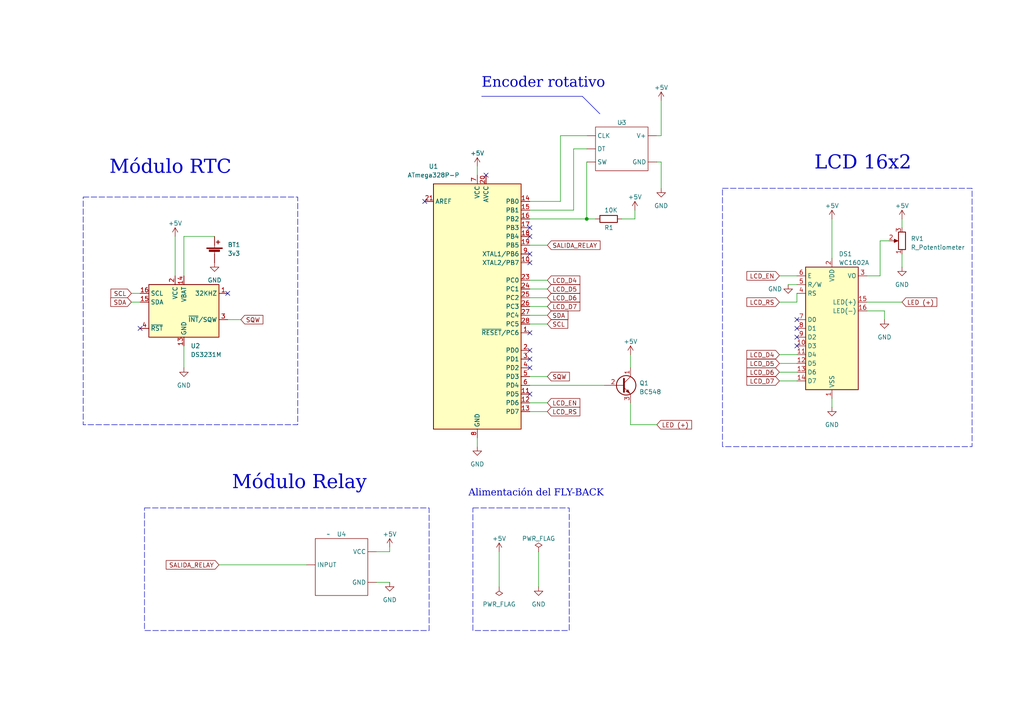
<source format=kicad_sch>
(kicad_sch (version 20230121) (generator eeschema)

  (uuid 29f28840-be5d-439f-bf59-d6cd8302648e)

  (paper "A4")

  (title_block
    (title "Control de Energía por Tiempos de Operación")
    (date "2023-05-28")
    (company "Electrónica de Potencia - DIIT UNLAM")
    (comment 1 "Ing. Guillermo Luis Miquel - Ing. Oscar Pugliese")
    (comment 2 "AGOSTINO - MEHLE - RUIZ - SOKOLIC - YUJRA")
  )

  (lib_symbols
    (symbol "Device:Battery_Cell" (pin_numbers hide) (pin_names (offset 0) hide) (in_bom yes) (on_board yes)
      (property "Reference" "BT" (at 2.54 2.54 0)
        (effects (font (size 1.27 1.27)) (justify left))
      )
      (property "Value" "Battery_Cell" (at 2.54 0 0)
        (effects (font (size 1.27 1.27)) (justify left))
      )
      (property "Footprint" "" (at 0 1.524 90)
        (effects (font (size 1.27 1.27)) hide)
      )
      (property "Datasheet" "~" (at 0 1.524 90)
        (effects (font (size 1.27 1.27)) hide)
      )
      (property "ki_keywords" "battery cell" (at 0 0 0)
        (effects (font (size 1.27 1.27)) hide)
      )
      (property "ki_description" "Single-cell battery" (at 0 0 0)
        (effects (font (size 1.27 1.27)) hide)
      )
      (symbol "Battery_Cell_0_1"
        (rectangle (start -2.286 1.778) (end 2.286 1.524)
          (stroke (width 0) (type default))
          (fill (type outline))
        )
        (rectangle (start -1.5748 1.1938) (end 1.4732 0.6858)
          (stroke (width 0) (type default))
          (fill (type outline))
        )
        (polyline
          (pts
            (xy 0 0.762)
            (xy 0 0)
          )
          (stroke (width 0) (type default))
          (fill (type none))
        )
        (polyline
          (pts
            (xy 0 1.778)
            (xy 0 2.54)
          )
          (stroke (width 0) (type default))
          (fill (type none))
        )
        (polyline
          (pts
            (xy 0.508 3.429)
            (xy 1.524 3.429)
          )
          (stroke (width 0.254) (type default))
          (fill (type none))
        )
        (polyline
          (pts
            (xy 1.016 3.937)
            (xy 1.016 2.921)
          )
          (stroke (width 0.254) (type default))
          (fill (type none))
        )
      )
      (symbol "Battery_Cell_1_1"
        (pin passive line (at 0 5.08 270) (length 2.54)
          (name "+" (effects (font (size 1.27 1.27))))
          (number "1" (effects (font (size 1.27 1.27))))
        )
        (pin passive line (at 0 -2.54 90) (length 2.54)
          (name "-" (effects (font (size 1.27 1.27))))
          (number "2" (effects (font (size 1.27 1.27))))
        )
      )
    )
    (symbol "Device:R" (pin_numbers hide) (pin_names (offset 0)) (in_bom yes) (on_board yes)
      (property "Reference" "R" (at 2.032 0 90)
        (effects (font (size 1.27 1.27)))
      )
      (property "Value" "R" (at 0 0 90)
        (effects (font (size 1.27 1.27)))
      )
      (property "Footprint" "" (at -1.778 0 90)
        (effects (font (size 1.27 1.27)) hide)
      )
      (property "Datasheet" "~" (at 0 0 0)
        (effects (font (size 1.27 1.27)) hide)
      )
      (property "ki_keywords" "R res resistor" (at 0 0 0)
        (effects (font (size 1.27 1.27)) hide)
      )
      (property "ki_description" "Resistor" (at 0 0 0)
        (effects (font (size 1.27 1.27)) hide)
      )
      (property "ki_fp_filters" "R_*" (at 0 0 0)
        (effects (font (size 1.27 1.27)) hide)
      )
      (symbol "R_0_1"
        (rectangle (start -1.016 -2.54) (end 1.016 2.54)
          (stroke (width 0.254) (type default))
          (fill (type none))
        )
      )
      (symbol "R_1_1"
        (pin passive line (at 0 3.81 270) (length 1.27)
          (name "~" (effects (font (size 1.27 1.27))))
          (number "1" (effects (font (size 1.27 1.27))))
        )
        (pin passive line (at 0 -3.81 90) (length 1.27)
          (name "~" (effects (font (size 1.27 1.27))))
          (number "2" (effects (font (size 1.27 1.27))))
        )
      )
    )
    (symbol "Device:R_Potentiometer" (pin_names (offset 1.016) hide) (in_bom yes) (on_board yes)
      (property "Reference" "RV" (at -4.445 0 90)
        (effects (font (size 1.27 1.27)))
      )
      (property "Value" "R_Potentiometer" (at -2.54 0 90)
        (effects (font (size 1.27 1.27)))
      )
      (property "Footprint" "" (at 0 0 0)
        (effects (font (size 1.27 1.27)) hide)
      )
      (property "Datasheet" "~" (at 0 0 0)
        (effects (font (size 1.27 1.27)) hide)
      )
      (property "ki_keywords" "resistor variable" (at 0 0 0)
        (effects (font (size 1.27 1.27)) hide)
      )
      (property "ki_description" "Potentiometer" (at 0 0 0)
        (effects (font (size 1.27 1.27)) hide)
      )
      (property "ki_fp_filters" "Potentiometer*" (at 0 0 0)
        (effects (font (size 1.27 1.27)) hide)
      )
      (symbol "R_Potentiometer_0_1"
        (polyline
          (pts
            (xy 2.54 0)
            (xy 1.524 0)
          )
          (stroke (width 0) (type default))
          (fill (type none))
        )
        (polyline
          (pts
            (xy 1.143 0)
            (xy 2.286 0.508)
            (xy 2.286 -0.508)
            (xy 1.143 0)
          )
          (stroke (width 0) (type default))
          (fill (type outline))
        )
        (rectangle (start 1.016 2.54) (end -1.016 -2.54)
          (stroke (width 0.254) (type default))
          (fill (type none))
        )
      )
      (symbol "R_Potentiometer_1_1"
        (pin passive line (at 0 3.81 270) (length 1.27)
          (name "1" (effects (font (size 1.27 1.27))))
          (number "1" (effects (font (size 1.27 1.27))))
        )
        (pin passive line (at 3.81 0 180) (length 1.27)
          (name "2" (effects (font (size 1.27 1.27))))
          (number "2" (effects (font (size 1.27 1.27))))
        )
        (pin passive line (at 0 -3.81 90) (length 1.27)
          (name "3" (effects (font (size 1.27 1.27))))
          (number "3" (effects (font (size 1.27 1.27))))
        )
      )
    )
    (symbol "Display_Character:WC1602A" (in_bom yes) (on_board yes)
      (property "Reference" "DS" (at -5.842 19.05 0)
        (effects (font (size 1.27 1.27)))
      )
      (property "Value" "WC1602A" (at 5.334 19.05 0)
        (effects (font (size 1.27 1.27)))
      )
      (property "Footprint" "Display:WC1602A" (at 0 -22.86 0)
        (effects (font (size 1.27 1.27) italic) hide)
      )
      (property "Datasheet" "http://www.wincomlcd.com/pdf/WC1602A-SFYLYHTC06.pdf" (at 17.78 0 0)
        (effects (font (size 1.27 1.27)) hide)
      )
      (property "ki_keywords" "display LCD dot-matrix" (at 0 0 0)
        (effects (font (size 1.27 1.27)) hide)
      )
      (property "ki_description" "LCD 16x2 Alphanumeric , 8 bit parallel bus, 5V VDD" (at 0 0 0)
        (effects (font (size 1.27 1.27)) hide)
      )
      (property "ki_fp_filters" "*WC*1602A*" (at 0 0 0)
        (effects (font (size 1.27 1.27)) hide)
      )
      (symbol "WC1602A_1_1"
        (rectangle (start -7.62 17.78) (end 7.62 -17.78)
          (stroke (width 0.254) (type default))
          (fill (type background))
        )
        (pin power_in line (at 0 -20.32 90) (length 2.54)
          (name "VSS" (effects (font (size 1.27 1.27))))
          (number "1" (effects (font (size 1.27 1.27))))
        )
        (pin input line (at -10.16 -5.08 0) (length 2.54)
          (name "D3" (effects (font (size 1.27 1.27))))
          (number "10" (effects (font (size 1.27 1.27))))
        )
        (pin input line (at -10.16 -7.62 0) (length 2.54)
          (name "D4" (effects (font (size 1.27 1.27))))
          (number "11" (effects (font (size 1.27 1.27))))
        )
        (pin input line (at -10.16 -10.16 0) (length 2.54)
          (name "D5" (effects (font (size 1.27 1.27))))
          (number "12" (effects (font (size 1.27 1.27))))
        )
        (pin input line (at -10.16 -12.7 0) (length 2.54)
          (name "D6" (effects (font (size 1.27 1.27))))
          (number "13" (effects (font (size 1.27 1.27))))
        )
        (pin input line (at -10.16 -15.24 0) (length 2.54)
          (name "D7" (effects (font (size 1.27 1.27))))
          (number "14" (effects (font (size 1.27 1.27))))
        )
        (pin power_in line (at 10.16 7.62 180) (length 2.54)
          (name "LED(+)" (effects (font (size 1.27 1.27))))
          (number "15" (effects (font (size 1.27 1.27))))
        )
        (pin power_in line (at 10.16 5.08 180) (length 2.54)
          (name "LED(-)" (effects (font (size 1.27 1.27))))
          (number "16" (effects (font (size 1.27 1.27))))
        )
        (pin power_in line (at 0 20.32 270) (length 2.54)
          (name "VDD" (effects (font (size 1.27 1.27))))
          (number "2" (effects (font (size 1.27 1.27))))
        )
        (pin input line (at 10.16 15.24 180) (length 2.54)
          (name "VO" (effects (font (size 1.27 1.27))))
          (number "3" (effects (font (size 1.27 1.27))))
        )
        (pin input line (at -10.16 10.16 0) (length 2.54)
          (name "RS" (effects (font (size 1.27 1.27))))
          (number "4" (effects (font (size 1.27 1.27))))
        )
        (pin input line (at -10.16 12.7 0) (length 2.54)
          (name "R/W" (effects (font (size 1.27 1.27))))
          (number "5" (effects (font (size 1.27 1.27))))
        )
        (pin input line (at -10.16 15.24 0) (length 2.54)
          (name "E" (effects (font (size 1.27 1.27))))
          (number "6" (effects (font (size 1.27 1.27))))
        )
        (pin input line (at -10.16 2.54 0) (length 2.54)
          (name "D0" (effects (font (size 1.27 1.27))))
          (number "7" (effects (font (size 1.27 1.27))))
        )
        (pin input line (at -10.16 0 0) (length 2.54)
          (name "D1" (effects (font (size 1.27 1.27))))
          (number "8" (effects (font (size 1.27 1.27))))
        )
        (pin input line (at -10.16 -2.54 0) (length 2.54)
          (name "D2" (effects (font (size 1.27 1.27))))
          (number "9" (effects (font (size 1.27 1.27))))
        )
      )
    )
    (symbol "Encoder_ky_040:Encoder_rotativo_ky_040" (in_bom yes) (on_board yes)
      (property "Reference" "U" (at 0 0 0)
        (effects (font (size 1.27 1.27)))
      )
      (property "Value" "" (at 0 0 0)
        (effects (font (size 1.27 1.27)))
      )
      (property "Footprint" "" (at 0 0 0)
        (effects (font (size 1.27 1.27)) hide)
      )
      (property "Datasheet" "" (at 0 0 0)
        (effects (font (size 1.27 1.27)) hide)
      )
      (symbol "Encoder_rotativo_ky_040_0_1"
        (rectangle (start -7.62 -1.27) (end 7.62 -13.97)
          (stroke (width 0) (type default))
          (fill (type none))
        )
      )
      (symbol "Encoder_rotativo_ky_040_1_1"
        (pin output line (at 10.16 -3.81 180) (length 2.54)
          (name "CLK" (effects (font (size 1.27 1.27))))
          (number "" (effects (font (size 1.27 1.27))))
        )
        (pin output line (at 10.16 -7.62 180) (length 2.54)
          (name "DT" (effects (font (size 1.27 1.27))))
          (number "" (effects (font (size 1.27 1.27))))
        )
        (pin power_in line (at -10.16 -11.43 0) (length 2.54)
          (name "GND" (effects (font (size 1.27 1.27))))
          (number "" (effects (font (size 1.27 1.27))))
        )
        (pin output line (at 10.16 -11.43 180) (length 2.54)
          (name "SW" (effects (font (size 1.27 1.27))))
          (number "" (effects (font (size 1.27 1.27))))
        )
        (pin power_in line (at -10.16 -3.81 0) (length 2.54)
          (name "V+" (effects (font (size 1.27 1.27))))
          (number "" (effects (font (size 1.27 1.27))))
        )
      )
    )
    (symbol "MCU_Microchip_ATmega:ATmega328P-P" (in_bom yes) (on_board yes)
      (property "Reference" "U" (at -12.7 36.83 0)
        (effects (font (size 1.27 1.27)) (justify left bottom))
      )
      (property "Value" "ATmega328P-P" (at 2.54 -36.83 0)
        (effects (font (size 1.27 1.27)) (justify left top))
      )
      (property "Footprint" "Package_DIP:DIP-28_W7.62mm" (at 0 0 0)
        (effects (font (size 1.27 1.27) italic) hide)
      )
      (property "Datasheet" "http://ww1.microchip.com/downloads/en/DeviceDoc/ATmega328_P%20AVR%20MCU%20with%20picoPower%20Technology%20Data%20Sheet%2040001984A.pdf" (at 0 0 0)
        (effects (font (size 1.27 1.27)) hide)
      )
      (property "ki_keywords" "AVR 8bit Microcontroller MegaAVR PicoPower" (at 0 0 0)
        (effects (font (size 1.27 1.27)) hide)
      )
      (property "ki_description" "20MHz, 32kB Flash, 2kB SRAM, 1kB EEPROM, DIP-28" (at 0 0 0)
        (effects (font (size 1.27 1.27)) hide)
      )
      (property "ki_fp_filters" "DIP*W7.62mm*" (at 0 0 0)
        (effects (font (size 1.27 1.27)) hide)
      )
      (symbol "ATmega328P-P_0_1"
        (rectangle (start -12.7 -35.56) (end 12.7 35.56)
          (stroke (width 0.254) (type default))
          (fill (type background))
        )
      )
      (symbol "ATmega328P-P_1_1"
        (pin bidirectional line (at 15.24 -7.62 180) (length 2.54)
          (name "~{RESET}/PC6" (effects (font (size 1.27 1.27))))
          (number "1" (effects (font (size 1.27 1.27))))
        )
        (pin bidirectional line (at 15.24 12.7 180) (length 2.54)
          (name "XTAL2/PB7" (effects (font (size 1.27 1.27))))
          (number "10" (effects (font (size 1.27 1.27))))
        )
        (pin bidirectional line (at 15.24 -25.4 180) (length 2.54)
          (name "PD5" (effects (font (size 1.27 1.27))))
          (number "11" (effects (font (size 1.27 1.27))))
        )
        (pin bidirectional line (at 15.24 -27.94 180) (length 2.54)
          (name "PD6" (effects (font (size 1.27 1.27))))
          (number "12" (effects (font (size 1.27 1.27))))
        )
        (pin bidirectional line (at 15.24 -30.48 180) (length 2.54)
          (name "PD7" (effects (font (size 1.27 1.27))))
          (number "13" (effects (font (size 1.27 1.27))))
        )
        (pin bidirectional line (at 15.24 30.48 180) (length 2.54)
          (name "PB0" (effects (font (size 1.27 1.27))))
          (number "14" (effects (font (size 1.27 1.27))))
        )
        (pin bidirectional line (at 15.24 27.94 180) (length 2.54)
          (name "PB1" (effects (font (size 1.27 1.27))))
          (number "15" (effects (font (size 1.27 1.27))))
        )
        (pin bidirectional line (at 15.24 25.4 180) (length 2.54)
          (name "PB2" (effects (font (size 1.27 1.27))))
          (number "16" (effects (font (size 1.27 1.27))))
        )
        (pin bidirectional line (at 15.24 22.86 180) (length 2.54)
          (name "PB3" (effects (font (size 1.27 1.27))))
          (number "17" (effects (font (size 1.27 1.27))))
        )
        (pin bidirectional line (at 15.24 20.32 180) (length 2.54)
          (name "PB4" (effects (font (size 1.27 1.27))))
          (number "18" (effects (font (size 1.27 1.27))))
        )
        (pin bidirectional line (at 15.24 17.78 180) (length 2.54)
          (name "PB5" (effects (font (size 1.27 1.27))))
          (number "19" (effects (font (size 1.27 1.27))))
        )
        (pin bidirectional line (at 15.24 -12.7 180) (length 2.54)
          (name "PD0" (effects (font (size 1.27 1.27))))
          (number "2" (effects (font (size 1.27 1.27))))
        )
        (pin power_in line (at 2.54 38.1 270) (length 2.54)
          (name "AVCC" (effects (font (size 1.27 1.27))))
          (number "20" (effects (font (size 1.27 1.27))))
        )
        (pin passive line (at -15.24 30.48 0) (length 2.54)
          (name "AREF" (effects (font (size 1.27 1.27))))
          (number "21" (effects (font (size 1.27 1.27))))
        )
        (pin passive line (at 0 -38.1 90) (length 2.54) hide
          (name "GND" (effects (font (size 1.27 1.27))))
          (number "22" (effects (font (size 1.27 1.27))))
        )
        (pin bidirectional line (at 15.24 7.62 180) (length 2.54)
          (name "PC0" (effects (font (size 1.27 1.27))))
          (number "23" (effects (font (size 1.27 1.27))))
        )
        (pin bidirectional line (at 15.24 5.08 180) (length 2.54)
          (name "PC1" (effects (font (size 1.27 1.27))))
          (number "24" (effects (font (size 1.27 1.27))))
        )
        (pin bidirectional line (at 15.24 2.54 180) (length 2.54)
          (name "PC2" (effects (font (size 1.27 1.27))))
          (number "25" (effects (font (size 1.27 1.27))))
        )
        (pin bidirectional line (at 15.24 0 180) (length 2.54)
          (name "PC3" (effects (font (size 1.27 1.27))))
          (number "26" (effects (font (size 1.27 1.27))))
        )
        (pin bidirectional line (at 15.24 -2.54 180) (length 2.54)
          (name "PC4" (effects (font (size 1.27 1.27))))
          (number "27" (effects (font (size 1.27 1.27))))
        )
        (pin bidirectional line (at 15.24 -5.08 180) (length 2.54)
          (name "PC5" (effects (font (size 1.27 1.27))))
          (number "28" (effects (font (size 1.27 1.27))))
        )
        (pin bidirectional line (at 15.24 -15.24 180) (length 2.54)
          (name "PD1" (effects (font (size 1.27 1.27))))
          (number "3" (effects (font (size 1.27 1.27))))
        )
        (pin bidirectional line (at 15.24 -17.78 180) (length 2.54)
          (name "PD2" (effects (font (size 1.27 1.27))))
          (number "4" (effects (font (size 1.27 1.27))))
        )
        (pin bidirectional line (at 15.24 -20.32 180) (length 2.54)
          (name "PD3" (effects (font (size 1.27 1.27))))
          (number "5" (effects (font (size 1.27 1.27))))
        )
        (pin bidirectional line (at 15.24 -22.86 180) (length 2.54)
          (name "PD4" (effects (font (size 1.27 1.27))))
          (number "6" (effects (font (size 1.27 1.27))))
        )
        (pin power_in line (at 0 38.1 270) (length 2.54)
          (name "VCC" (effects (font (size 1.27 1.27))))
          (number "7" (effects (font (size 1.27 1.27))))
        )
        (pin power_in line (at 0 -38.1 90) (length 2.54)
          (name "GND" (effects (font (size 1.27 1.27))))
          (number "8" (effects (font (size 1.27 1.27))))
        )
        (pin bidirectional line (at 15.24 15.24 180) (length 2.54)
          (name "XTAL1/PB6" (effects (font (size 1.27 1.27))))
          (number "9" (effects (font (size 1.27 1.27))))
        )
      )
    )
    (symbol "Relay_modulo_arduino:Relay_Arduino" (in_bom yes) (on_board yes)
      (property "Reference" "U" (at 0 8.89 0)
        (effects (font (size 1.27 1.27)))
      )
      (property "Value" "" (at -3.81 8.89 0)
        (effects (font (size 1.27 1.27)))
      )
      (property "Footprint" "" (at -3.81 8.89 0)
        (effects (font (size 1.27 1.27)) hide)
      )
      (property "Datasheet" "" (at -3.81 8.89 0)
        (effects (font (size 1.27 1.27)) hide)
      )
      (symbol "Relay_Arduino_0_1"
        (rectangle (start -7.62 7.62) (end 7.62 -8.89)
          (stroke (width 0) (type default))
          (fill (type none))
        )
      )
      (symbol "Relay_Arduino_1_1"
        (pin input line (at 10.16 -5.08 180) (length 2.54)
          (name "GND" (effects (font (size 1.27 1.27))))
          (number "" (effects (font (size 1.27 1.27))))
        )
        (pin input line (at -10.16 0 0) (length 2.54)
          (name "INPUT" (effects (font (size 1.27 1.27))))
          (number "" (effects (font (size 1.27 1.27))))
        )
        (pin input line (at 10.16 3.81 180) (length 2.54)
          (name "VCC" (effects (font (size 1.27 1.27))))
          (number "" (effects (font (size 1.27 1.27))))
        )
      )
    )
    (symbol "Timer_RTC:DS3231M" (in_bom yes) (on_board yes)
      (property "Reference" "U" (at -7.62 8.89 0)
        (effects (font (size 1.27 1.27)) (justify right))
      )
      (property "Value" "DS3231M" (at 10.16 8.89 0)
        (effects (font (size 1.27 1.27)) (justify right))
      )
      (property "Footprint" "Package_SO:SOIC-16W_7.5x10.3mm_P1.27mm" (at 0 -15.24 0)
        (effects (font (size 1.27 1.27)) hide)
      )
      (property "Datasheet" "http://datasheets.maximintegrated.com/en/ds/DS3231.pdf" (at 6.858 1.27 0)
        (effects (font (size 1.27 1.27)) hide)
      )
      (property "ki_keywords" "RTC TCXO Realtime Time Clock Crystal Oscillator I2C" (at 0 0 0)
        (effects (font (size 1.27 1.27)) hide)
      )
      (property "ki_description" "Extremely Accurate I2C-Integrated RTC/TCXO/Crystal SOIC-16" (at 0 0 0)
        (effects (font (size 1.27 1.27)) hide)
      )
      (property "ki_fp_filters" "SOIC*7.5x10.3mm*P1.27mm*" (at 0 0 0)
        (effects (font (size 1.27 1.27)) hide)
      )
      (symbol "DS3231M_0_1"
        (rectangle (start -10.16 7.62) (end 10.16 -7.62)
          (stroke (width 0.254) (type default))
          (fill (type background))
        )
      )
      (symbol "DS3231M_1_1"
        (pin open_collector line (at 12.7 5.08 180) (length 2.54)
          (name "32KHZ" (effects (font (size 1.27 1.27))))
          (number "1" (effects (font (size 1.27 1.27))))
        )
        (pin passive line (at 0 -10.16 90) (length 2.54) hide
          (name "GND" (effects (font (size 1.27 1.27))))
          (number "10" (effects (font (size 1.27 1.27))))
        )
        (pin passive line (at 0 -10.16 90) (length 2.54) hide
          (name "GND" (effects (font (size 1.27 1.27))))
          (number "11" (effects (font (size 1.27 1.27))))
        )
        (pin passive line (at 0 -10.16 90) (length 2.54) hide
          (name "GND" (effects (font (size 1.27 1.27))))
          (number "12" (effects (font (size 1.27 1.27))))
        )
        (pin power_in line (at 0 -10.16 90) (length 2.54)
          (name "GND" (effects (font (size 1.27 1.27))))
          (number "13" (effects (font (size 1.27 1.27))))
        )
        (pin power_in line (at 0 10.16 270) (length 2.54)
          (name "VBAT" (effects (font (size 1.27 1.27))))
          (number "14" (effects (font (size 1.27 1.27))))
        )
        (pin bidirectional line (at -12.7 2.54 0) (length 2.54)
          (name "SDA" (effects (font (size 1.27 1.27))))
          (number "15" (effects (font (size 1.27 1.27))))
        )
        (pin input line (at -12.7 5.08 0) (length 2.54)
          (name "SCL" (effects (font (size 1.27 1.27))))
          (number "16" (effects (font (size 1.27 1.27))))
        )
        (pin power_in line (at -2.54 10.16 270) (length 2.54)
          (name "VCC" (effects (font (size 1.27 1.27))))
          (number "2" (effects (font (size 1.27 1.27))))
        )
        (pin open_collector line (at 12.7 -2.54 180) (length 2.54)
          (name "~{INT}/SQW" (effects (font (size 1.27 1.27))))
          (number "3" (effects (font (size 1.27 1.27))))
        )
        (pin bidirectional line (at -12.7 -5.08 0) (length 2.54)
          (name "~{RST}" (effects (font (size 1.27 1.27))))
          (number "4" (effects (font (size 1.27 1.27))))
        )
        (pin passive line (at 0 -10.16 90) (length 2.54) hide
          (name "GND" (effects (font (size 1.27 1.27))))
          (number "5" (effects (font (size 1.27 1.27))))
        )
        (pin passive line (at 0 -10.16 90) (length 2.54) hide
          (name "GND" (effects (font (size 1.27 1.27))))
          (number "6" (effects (font (size 1.27 1.27))))
        )
        (pin passive line (at 0 -10.16 90) (length 2.54) hide
          (name "GND" (effects (font (size 1.27 1.27))))
          (number "7" (effects (font (size 1.27 1.27))))
        )
        (pin passive line (at 0 -10.16 90) (length 2.54) hide
          (name "GND" (effects (font (size 1.27 1.27))))
          (number "8" (effects (font (size 1.27 1.27))))
        )
        (pin passive line (at 0 -10.16 90) (length 2.54) hide
          (name "GND" (effects (font (size 1.27 1.27))))
          (number "9" (effects (font (size 1.27 1.27))))
        )
      )
    )
    (symbol "Transistor_BJT:BC548" (pin_names (offset 0) hide) (in_bom yes) (on_board yes)
      (property "Reference" "Q" (at 5.08 1.905 0)
        (effects (font (size 1.27 1.27)) (justify left))
      )
      (property "Value" "BC548" (at 5.08 0 0)
        (effects (font (size 1.27 1.27)) (justify left))
      )
      (property "Footprint" "Package_TO_SOT_THT:TO-92_Inline" (at 5.08 -1.905 0)
        (effects (font (size 1.27 1.27) italic) (justify left) hide)
      )
      (property "Datasheet" "https://www.onsemi.com/pub/Collateral/BC550-D.pdf" (at 0 0 0)
        (effects (font (size 1.27 1.27)) (justify left) hide)
      )
      (property "ki_keywords" "NPN Transistor" (at 0 0 0)
        (effects (font (size 1.27 1.27)) hide)
      )
      (property "ki_description" "0.1A Ic, 30V Vce, Small Signal NPN Transistor, TO-92" (at 0 0 0)
        (effects (font (size 1.27 1.27)) hide)
      )
      (property "ki_fp_filters" "TO?92*" (at 0 0 0)
        (effects (font (size 1.27 1.27)) hide)
      )
      (symbol "BC548_0_1"
        (polyline
          (pts
            (xy 0 0)
            (xy 0.635 0)
          )
          (stroke (width 0) (type default))
          (fill (type none))
        )
        (polyline
          (pts
            (xy 0.635 0.635)
            (xy 2.54 2.54)
          )
          (stroke (width 0) (type default))
          (fill (type none))
        )
        (polyline
          (pts
            (xy 0.635 -0.635)
            (xy 2.54 -2.54)
            (xy 2.54 -2.54)
          )
          (stroke (width 0) (type default))
          (fill (type none))
        )
        (polyline
          (pts
            (xy 0.635 1.905)
            (xy 0.635 -1.905)
            (xy 0.635 -1.905)
          )
          (stroke (width 0.508) (type default))
          (fill (type none))
        )
        (polyline
          (pts
            (xy 1.27 -1.778)
            (xy 1.778 -1.27)
            (xy 2.286 -2.286)
            (xy 1.27 -1.778)
            (xy 1.27 -1.778)
          )
          (stroke (width 0) (type default))
          (fill (type outline))
        )
        (circle (center 1.27 0) (radius 2.8194)
          (stroke (width 0.254) (type default))
          (fill (type none))
        )
      )
      (symbol "BC548_1_1"
        (pin passive line (at 2.54 5.08 270) (length 2.54)
          (name "C" (effects (font (size 1.27 1.27))))
          (number "1" (effects (font (size 1.27 1.27))))
        )
        (pin input line (at -5.08 0 0) (length 5.08)
          (name "B" (effects (font (size 1.27 1.27))))
          (number "2" (effects (font (size 1.27 1.27))))
        )
        (pin passive line (at 2.54 -5.08 90) (length 2.54)
          (name "E" (effects (font (size 1.27 1.27))))
          (number "3" (effects (font (size 1.27 1.27))))
        )
      )
    )
    (symbol "power:+5V" (power) (pin_names (offset 0)) (in_bom yes) (on_board yes)
      (property "Reference" "#PWR" (at 0 -3.81 0)
        (effects (font (size 1.27 1.27)) hide)
      )
      (property "Value" "+5V" (at 0 3.556 0)
        (effects (font (size 1.27 1.27)))
      )
      (property "Footprint" "" (at 0 0 0)
        (effects (font (size 1.27 1.27)) hide)
      )
      (property "Datasheet" "" (at 0 0 0)
        (effects (font (size 1.27 1.27)) hide)
      )
      (property "ki_keywords" "global power" (at 0 0 0)
        (effects (font (size 1.27 1.27)) hide)
      )
      (property "ki_description" "Power symbol creates a global label with name \"+5V\"" (at 0 0 0)
        (effects (font (size 1.27 1.27)) hide)
      )
      (symbol "+5V_0_1"
        (polyline
          (pts
            (xy -0.762 1.27)
            (xy 0 2.54)
          )
          (stroke (width 0) (type default))
          (fill (type none))
        )
        (polyline
          (pts
            (xy 0 0)
            (xy 0 2.54)
          )
          (stroke (width 0) (type default))
          (fill (type none))
        )
        (polyline
          (pts
            (xy 0 2.54)
            (xy 0.762 1.27)
          )
          (stroke (width 0) (type default))
          (fill (type none))
        )
      )
      (symbol "+5V_1_1"
        (pin power_in line (at 0 0 90) (length 0) hide
          (name "+5V" (effects (font (size 1.27 1.27))))
          (number "1" (effects (font (size 1.27 1.27))))
        )
      )
    )
    (symbol "power:GND" (power) (pin_names (offset 0)) (in_bom yes) (on_board yes)
      (property "Reference" "#PWR" (at 0 -6.35 0)
        (effects (font (size 1.27 1.27)) hide)
      )
      (property "Value" "GND" (at 0 -3.81 0)
        (effects (font (size 1.27 1.27)))
      )
      (property "Footprint" "" (at 0 0 0)
        (effects (font (size 1.27 1.27)) hide)
      )
      (property "Datasheet" "" (at 0 0 0)
        (effects (font (size 1.27 1.27)) hide)
      )
      (property "ki_keywords" "global power" (at 0 0 0)
        (effects (font (size 1.27 1.27)) hide)
      )
      (property "ki_description" "Power symbol creates a global label with name \"GND\" , ground" (at 0 0 0)
        (effects (font (size 1.27 1.27)) hide)
      )
      (symbol "GND_0_1"
        (polyline
          (pts
            (xy 0 0)
            (xy 0 -1.27)
            (xy 1.27 -1.27)
            (xy 0 -2.54)
            (xy -1.27 -1.27)
            (xy 0 -1.27)
          )
          (stroke (width 0) (type default))
          (fill (type none))
        )
      )
      (symbol "GND_1_1"
        (pin power_in line (at 0 0 270) (length 0) hide
          (name "GND" (effects (font (size 1.27 1.27))))
          (number "1" (effects (font (size 1.27 1.27))))
        )
      )
    )
    (symbol "power:PWR_FLAG" (power) (pin_numbers hide) (pin_names (offset 0) hide) (in_bom yes) (on_board yes)
      (property "Reference" "#FLG" (at 0 1.905 0)
        (effects (font (size 1.27 1.27)) hide)
      )
      (property "Value" "PWR_FLAG" (at 0 3.81 0)
        (effects (font (size 1.27 1.27)))
      )
      (property "Footprint" "" (at 0 0 0)
        (effects (font (size 1.27 1.27)) hide)
      )
      (property "Datasheet" "~" (at 0 0 0)
        (effects (font (size 1.27 1.27)) hide)
      )
      (property "ki_keywords" "flag power" (at 0 0 0)
        (effects (font (size 1.27 1.27)) hide)
      )
      (property "ki_description" "Special symbol for telling ERC where power comes from" (at 0 0 0)
        (effects (font (size 1.27 1.27)) hide)
      )
      (symbol "PWR_FLAG_0_0"
        (pin power_out line (at 0 0 90) (length 0)
          (name "pwr" (effects (font (size 1.27 1.27))))
          (number "1" (effects (font (size 1.27 1.27))))
        )
      )
      (symbol "PWR_FLAG_0_1"
        (polyline
          (pts
            (xy 0 0)
            (xy 0 1.27)
            (xy -1.016 1.905)
            (xy 0 2.54)
            (xy 1.016 1.905)
            (xy 0 1.27)
          )
          (stroke (width 0) (type default))
          (fill (type none))
        )
      )
    )
  )


  (junction (at 170.18 63.5) (diameter 0) (color 0 0 0 0)
    (uuid d3f4c81d-c35f-49d7-b405-978908ef37b8)
  )

  (no_connect (at 153.67 73.66) (uuid 2935a9c7-4abb-4939-9a5e-5b0e68e618bb))
  (no_connect (at 231.14 97.79) (uuid 40c8e3f7-243d-4b6e-81d7-9dc57b11fe81))
  (no_connect (at 153.67 76.2) (uuid 48b288d6-6e80-47f0-8183-8aa9e20a8fb8))
  (no_connect (at 140.97 50.8) (uuid 5eb430bf-0c4e-4d8a-9f41-710f987bae58))
  (no_connect (at 153.67 104.14) (uuid 668081af-bb07-4a3e-a740-9dcdb58c07df))
  (no_connect (at 231.14 92.71) (uuid 691354aa-7fd5-4ddf-91f8-f1830db31deb))
  (no_connect (at 153.67 96.52) (uuid 6f54cc99-c272-4ecb-8af7-22d87f440475))
  (no_connect (at 153.67 114.3) (uuid 71118c7e-646d-450e-b34e-09e3d6e7f7e9))
  (no_connect (at 153.67 66.04) (uuid 7490a864-7231-4d2d-8690-8f2283c67ff4))
  (no_connect (at 153.67 68.58) (uuid 7c8a682f-d0b1-4b02-9676-5b5d42603433))
  (no_connect (at 123.19 58.42) (uuid 8ae3b41e-a6fd-47a2-9109-c6c53996a3e2))
  (no_connect (at 66.04 85.09) (uuid 974fdb19-a67a-4c83-b45f-521281c8aef8))
  (no_connect (at 153.67 101.6) (uuid 9f98aa43-9e99-4e76-9dd3-58e8be66420b))
  (no_connect (at 231.14 100.33) (uuid ad87dabc-45ae-4af3-aea7-7fb81d0c2d04))
  (no_connect (at 231.14 95.25) (uuid bd2ee22e-6d0e-4fa3-b7a8-4fd1ed4e6d50))
  (no_connect (at 40.64 95.25) (uuid d741c844-3c25-40bd-a0c5-dc21b2680022))
  (no_connect (at 153.67 106.68) (uuid fb27b888-bef4-41c9-8b8a-edbbe72b1a61))

  (wire (pts (xy 153.67 86.36) (xy 158.75 86.36))
    (stroke (width 0) (type default))
    (uuid 00ba1192-9e87-4716-9b90-a46166e70f45)
  )
  (wire (pts (xy 138.43 48.26) (xy 138.43 50.8))
    (stroke (width 0) (type default))
    (uuid 088859f8-c9f4-440e-9431-62400912b33c)
  )
  (wire (pts (xy 166.37 43.18) (xy 166.37 60.96))
    (stroke (width 0) (type default))
    (uuid 0c5f6b17-ac26-4036-9ffd-e9b10cb923b6)
  )
  (wire (pts (xy 153.67 83.82) (xy 158.75 83.82))
    (stroke (width 0) (type default))
    (uuid 125c3431-89bc-4b51-9bec-b787abef9f5c)
  )
  (wire (pts (xy 109.22 168.91) (xy 113.03 168.91))
    (stroke (width 0) (type default))
    (uuid 138bd20f-b511-45a6-ab6e-4dc20f1e121c)
  )
  (wire (pts (xy 153.67 60.96) (xy 166.37 60.96))
    (stroke (width 0) (type default))
    (uuid 13dfa0cb-3c2c-4418-be03-8c5198137f4f)
  )
  (polyline (pts (xy 173.99 33.02) (xy 168.91 27.94))
    (stroke (width 0) (type default))
    (uuid 14ed0809-e932-43be-836f-a15134778327)
  )

  (wire (pts (xy 153.67 88.9) (xy 158.75 88.9))
    (stroke (width 0) (type default))
    (uuid 1ab4167b-b319-4e84-a9ba-fa5076014773)
  )
  (wire (pts (xy 162.56 39.37) (xy 170.18 39.37))
    (stroke (width 0) (type default))
    (uuid 1e3008d2-225f-44b8-928c-7fda3aa91a1c)
  )
  (wire (pts (xy 255.27 69.85) (xy 257.81 69.85))
    (stroke (width 0) (type default))
    (uuid 24a51eb5-5550-425e-a869-ac4001436ec0)
  )
  (wire (pts (xy 53.34 68.58) (xy 53.34 80.01))
    (stroke (width 0) (type default))
    (uuid 25b6cb8d-c5f5-4768-a7ba-e2e1686d345e)
  )
  (wire (pts (xy 38.1 85.09) (xy 40.64 85.09))
    (stroke (width 0) (type default))
    (uuid 26411621-51f7-414a-9c17-5bae2342d1a0)
  )
  (wire (pts (xy 190.5 39.37) (xy 191.77 39.37))
    (stroke (width 0) (type default))
    (uuid 277582de-ed39-4a09-b0a2-d3ef5e8dd5bf)
  )
  (wire (pts (xy 153.67 111.76) (xy 175.26 111.76))
    (stroke (width 0) (type default))
    (uuid 28bb2783-1fb7-43dd-bde3-56cb0e95829a)
  )
  (wire (pts (xy 66.04 92.71) (xy 69.85 92.71))
    (stroke (width 0) (type default))
    (uuid 31f6261f-6179-40ab-b577-a730fbc24b21)
  )
  (wire (pts (xy 162.56 39.37) (xy 162.56 58.42))
    (stroke (width 0) (type default))
    (uuid 3536266f-bd2a-4f62-9166-a5b2bd1b06af)
  )
  (wire (pts (xy 256.54 90.17) (xy 256.54 92.71))
    (stroke (width 0) (type default))
    (uuid 35aca314-bda8-4479-b907-118d0bb05c4a)
  )
  (wire (pts (xy 166.37 43.18) (xy 170.18 43.18))
    (stroke (width 0) (type default))
    (uuid 4d01d215-cd41-49d8-981c-89a429ee04ad)
  )
  (wire (pts (xy 153.67 109.22) (xy 158.75 109.22))
    (stroke (width 0) (type default))
    (uuid 4e4ccfd5-6897-45f8-aa13-4bd2eb2f1458)
  )
  (wire (pts (xy 226.06 102.87) (xy 231.14 102.87))
    (stroke (width 0) (type default))
    (uuid 5126aca0-a735-4c14-a2a8-8d24591268b2)
  )
  (wire (pts (xy 191.77 46.99) (xy 191.77 54.61))
    (stroke (width 0) (type default))
    (uuid 54d5687f-a265-4f30-97cb-dfeb7f35392c)
  )
  (wire (pts (xy 226.06 105.41) (xy 231.14 105.41))
    (stroke (width 0) (type default))
    (uuid 556d09c9-caba-4521-a4d7-af181bedb1d2)
  )
  (wire (pts (xy 170.18 46.99) (xy 170.18 63.5))
    (stroke (width 0) (type default))
    (uuid 5f052bcc-8f85-4c12-8d60-a468c8271b9f)
  )
  (wire (pts (xy 153.67 116.84) (xy 158.75 116.84))
    (stroke (width 0) (type default))
    (uuid 5f3c6559-396a-4a02-b252-1a66ab4de050)
  )
  (wire (pts (xy 228.6 82.55) (xy 231.14 82.55))
    (stroke (width 0) (type default))
    (uuid 64eef4d0-663e-44b6-bb4c-0d7d38b77837)
  )
  (wire (pts (xy 231.14 87.63) (xy 231.14 85.09))
    (stroke (width 0) (type default))
    (uuid 69afb68c-1821-48cf-aa16-b54065dede78)
  )
  (wire (pts (xy 184.15 63.5) (xy 180.34 63.5))
    (stroke (width 0) (type default))
    (uuid 6a77266d-73f0-4d94-9fbb-1bd08a0cb19d)
  )
  (wire (pts (xy 261.62 63.5) (xy 261.62 66.04))
    (stroke (width 0) (type default))
    (uuid 6b39ff96-af57-4735-bb45-8b43a5ed1cc1)
  )
  (wire (pts (xy 144.78 160.02) (xy 144.78 170.18))
    (stroke (width 0) (type default))
    (uuid 6c60e2de-afeb-4a70-bb28-768ee5a05321)
  )
  (wire (pts (xy 109.22 160.02) (xy 113.03 160.02))
    (stroke (width 0) (type default))
    (uuid 6dbd5aaa-dcd7-48c8-b931-d4f07ed81bf3)
  )
  (wire (pts (xy 251.46 80.01) (xy 255.27 80.01))
    (stroke (width 0) (type default))
    (uuid 6e74bf04-3905-40d0-8399-8387604812a9)
  )
  (wire (pts (xy 255.27 69.85) (xy 255.27 80.01))
    (stroke (width 0) (type default))
    (uuid 6ec9b119-1946-4fa4-a2f3-7d2991151cc5)
  )
  (wire (pts (xy 251.46 87.63) (xy 261.62 87.63))
    (stroke (width 0) (type default))
    (uuid 6efa4c25-3aa8-4bc9-a5f2-895b4c8c008d)
  )
  (wire (pts (xy 153.67 81.28) (xy 158.75 81.28))
    (stroke (width 0) (type default))
    (uuid 6fbc8e63-ec49-4461-a356-18f2acf77d57)
  )
  (wire (pts (xy 53.34 100.33) (xy 53.34 106.68))
    (stroke (width 0) (type default))
    (uuid 7b15a82d-6794-48c6-ae48-6af50bc4e413)
  )
  (wire (pts (xy 251.46 90.17) (xy 256.54 90.17))
    (stroke (width 0) (type default))
    (uuid 84b4fff7-dbf0-4ff4-a3c7-2811304d945c)
  )
  (wire (pts (xy 226.06 110.49) (xy 231.14 110.49))
    (stroke (width 0) (type default))
    (uuid 8d2f30bd-683a-423e-86de-02688e53dfd6)
  )
  (wire (pts (xy 153.67 63.5) (xy 170.18 63.5))
    (stroke (width 0) (type default))
    (uuid 9a5de188-3673-4b36-bb6d-900000aab869)
  )
  (wire (pts (xy 63.5 163.83) (xy 88.9 163.83))
    (stroke (width 0) (type default))
    (uuid 9be9f2e9-95b4-4d42-8503-a9a5453be6f7)
  )
  (wire (pts (xy 153.67 91.44) (xy 158.75 91.44))
    (stroke (width 0) (type default))
    (uuid a2e67906-1c02-4de9-bd5a-c6d924ed3472)
  )
  (wire (pts (xy 184.15 60.96) (xy 184.15 63.5))
    (stroke (width 0) (type default))
    (uuid a6a4939e-f88c-4954-9a48-d66dcc7e8121)
  )
  (wire (pts (xy 191.77 29.21) (xy 191.77 39.37))
    (stroke (width 0) (type default))
    (uuid a6ac7c34-31e5-46ac-9533-795e1d55ec8b)
  )
  (wire (pts (xy 241.3 115.57) (xy 241.3 118.11))
    (stroke (width 0) (type default))
    (uuid aa400555-72b9-43ff-8f6e-69965ba815ad)
  )
  (wire (pts (xy 153.67 93.98) (xy 158.75 93.98))
    (stroke (width 0) (type default))
    (uuid aeca2ee4-031c-4099-a45e-b75a131bf22c)
  )
  (wire (pts (xy 138.43 127) (xy 138.43 129.54))
    (stroke (width 0) (type default))
    (uuid b034e0f6-152c-4fd2-8815-65abc8072045)
  )
  (wire (pts (xy 261.62 73.66) (xy 261.62 77.47))
    (stroke (width 0) (type default))
    (uuid b8bf3e9f-bf51-4793-8f87-3b9f436b43d9)
  )
  (wire (pts (xy 182.88 102.87) (xy 182.88 106.68))
    (stroke (width 0) (type default))
    (uuid bc20e799-fa35-432e-a1a3-430c68c08e2e)
  )
  (wire (pts (xy 182.88 123.19) (xy 190.5 123.19))
    (stroke (width 0) (type default))
    (uuid bf6ee021-81e3-4dc8-8063-20ab79fa1147)
  )
  (wire (pts (xy 182.88 116.84) (xy 182.88 123.19))
    (stroke (width 0) (type default))
    (uuid c2c439de-8f78-4f36-9ef6-f3cd130dce03)
  )
  (wire (pts (xy 153.67 58.42) (xy 162.56 58.42))
    (stroke (width 0) (type default))
    (uuid c56a02d9-9a9a-4e97-8be7-d3181950f593)
  )
  (wire (pts (xy 226.06 87.63) (xy 231.14 87.63))
    (stroke (width 0) (type default))
    (uuid c7ebdbdb-c101-4ec5-b155-06e894becd27)
  )
  (wire (pts (xy 190.5 46.99) (xy 191.77 46.99))
    (stroke (width 0) (type default))
    (uuid c87dbaea-5b93-435f-8189-0475be928612)
  )
  (wire (pts (xy 226.06 80.01) (xy 231.14 80.01))
    (stroke (width 0) (type default))
    (uuid d0f2dea0-941e-4ae9-98be-33d10577688f)
  )
  (wire (pts (xy 113.03 158.75) (xy 113.03 160.02))
    (stroke (width 0) (type default))
    (uuid d6dbde08-3399-491d-9384-5afb13568987)
  )
  (wire (pts (xy 226.06 107.95) (xy 231.14 107.95))
    (stroke (width 0) (type default))
    (uuid da2fc353-f11e-41ae-a028-a339798da7f8)
  )
  (wire (pts (xy 50.8 68.58) (xy 50.8 80.01))
    (stroke (width 0) (type default))
    (uuid e613d77e-7589-4a56-920e-d242e48ec6e6)
  )
  (wire (pts (xy 153.67 71.12) (xy 158.75 71.12))
    (stroke (width 0) (type default))
    (uuid e8a79623-28b5-4418-b622-4a1c42ffb381)
  )
  (wire (pts (xy 170.18 63.5) (xy 172.72 63.5))
    (stroke (width 0) (type default))
    (uuid eb66e20d-3401-4ea6-b904-cc0779e37576)
  )
  (wire (pts (xy 156.21 160.02) (xy 156.21 170.18))
    (stroke (width 0) (type default))
    (uuid f6a1c6d9-ced0-4b0e-b1ae-9b6e5ee72b4c)
  )
  (polyline (pts (xy 139.7 27.94) (xy 168.91 27.94))
    (stroke (width 0) (type default))
    (uuid f80f610d-d1f4-4493-b107-953f4947ceea)
  )

  (wire (pts (xy 38.1 87.63) (xy 40.64 87.63))
    (stroke (width 0) (type default))
    (uuid fb6966b4-3dc1-4af3-ae46-3f9453668818)
  )
  (wire (pts (xy 241.3 63.5) (xy 241.3 74.93))
    (stroke (width 0) (type default))
    (uuid fe0434b1-11bb-4b1b-a489-f4d597f5f25d)
  )
  (wire (pts (xy 53.34 68.58) (xy 62.23 68.58))
    (stroke (width 0) (type default))
    (uuid fee9df96-e845-4fad-a144-719380c67db2)
  )
  (wire (pts (xy 153.67 119.38) (xy 158.75 119.38))
    (stroke (width 0) (type default))
    (uuid ff507aa9-a569-4c9f-bda0-ff720d80d4d3)
  )

  (rectangle (start 41.91 147.32) (end 124.46 182.88)
    (stroke (width 0) (type dash))
    (fill (type none))
    (uuid 37cac677-246a-4f2c-bf45-5f12b55887ca)
  )
  (rectangle (start 24.13 57.15) (end 86.36 123.19)
    (stroke (width 0) (type dash))
    (fill (type none))
    (uuid 4f946247-831a-4561-8448-7a77bb8ded9b)
  )
  (rectangle (start 137.16 147.32) (end 165.1 182.88)
    (stroke (width 0) (type dash))
    (fill (type none))
    (uuid 71acb913-4e90-4757-b100-cf5c448b00f1)
  )
  (rectangle (start 209.55 54.61) (end 281.94 129.54)
    (stroke (width 0) (type dash))
    (fill (type none))
    (uuid 81e83175-94a0-49e2-a05c-7b042d75c448)
  )

  (text "Alimentación del FLY-BACK" (at 135.89 144.78 0)
    (effects (font (face "Times New Roman") (size 2 2)) (justify left bottom))
    (uuid 05584e5f-3767-46df-b573-0eaafad8478d)
  )
  (text "LCD 16x2	" (at 236.22 50.8 0)
    (effects (font (face "Times New Roman") (size 4 4)) (justify left bottom))
    (uuid 654603a4-6431-49e2-acdc-57d1baab86fd)
  )
  (text "Encoder rotativo" (at 139.7 26.67 0)
    (effects (font (face "Times New Roman") (size 3 3)) (justify left bottom))
    (uuid 6f2d643b-f100-440d-a600-29aa5c731364)
  )
  (text "Módulo RTC	" (at 31.75 52.07 0)
    (effects (font (face "Times New Roman") (size 4 4)) (justify left bottom))
    (uuid ae4ece35-2b70-4a54-bdb2-7a7b800bd496)
  )
  (text "Módulo Relay" (at 67.31 143.51 0)
    (effects (font (face "Times New Roman") (size 4 4)) (justify left bottom))
    (uuid aec7cc94-14b8-4aa7-b243-2c7bb56641b1)
  )

  (global_label "SDA" (shape input) (at 158.75 91.44 0) (fields_autoplaced)
    (effects (font (size 1.27 1.27)) (justify left))
    (uuid 01d70a17-2ed4-45c3-a3e7-161831da4a38)
    (property "Intersheetrefs" "${INTERSHEET_REFS}" (at 165.2239 91.44 0)
      (effects (font (size 1.27 1.27)) (justify left) hide)
    )
  )
  (global_label "LCD_D5" (shape input) (at 158.75 83.82 0) (fields_autoplaced)
    (effects (font (size 1.27 1.27)) (justify left))
    (uuid 02444185-0112-40a6-bf7d-a8b713b6df41)
    (property "Intersheetrefs" "${INTERSHEET_REFS}" (at 168.671 83.82 0)
      (effects (font (size 1.27 1.27)) (justify left) hide)
    )
  )
  (global_label "LCD_D4" (shape input) (at 226.06 102.87 180) (fields_autoplaced)
    (effects (font (size 1.27 1.27)) (justify right))
    (uuid 0f668a70-49eb-4f0e-ad3b-69d9db12cc44)
    (property "Intersheetrefs" "${INTERSHEET_REFS}" (at 216.139 102.87 0)
      (effects (font (size 1.27 1.27)) (justify right) hide)
    )
  )
  (global_label "LCD_D6" (shape input) (at 226.06 107.95 180) (fields_autoplaced)
    (effects (font (size 1.27 1.27)) (justify right))
    (uuid 20aa721f-509c-4aa0-b661-cfdbb612e0ae)
    (property "Intersheetrefs" "${INTERSHEET_REFS}" (at 216.139 107.95 0)
      (effects (font (size 1.27 1.27)) (justify right) hide)
    )
  )
  (global_label "LCD_EN" (shape input) (at 226.06 80.01 180) (fields_autoplaced)
    (effects (font (size 1.27 1.27)) (justify right))
    (uuid 25414f63-efb2-4409-9923-e9f862f44124)
    (property "Intersheetrefs" "${INTERSHEET_REFS}" (at 216.139 80.01 0)
      (effects (font (size 1.27 1.27)) (justify right) hide)
    )
  )
  (global_label "LCD_EN" (shape input) (at 158.75 116.84 0) (fields_autoplaced)
    (effects (font (size 1.27 1.27)) (justify left))
    (uuid 2d10f16a-7ea8-45bc-a2d5-66efc20caf5a)
    (property "Intersheetrefs" "${INTERSHEET_REFS}" (at 168.671 116.84 0)
      (effects (font (size 1.27 1.27)) (justify left) hide)
    )
  )
  (global_label "SALIDA_RELAY" (shape input) (at 158.75 71.12 0) (fields_autoplaced)
    (effects (font (size 1.27 1.27)) (justify left))
    (uuid 34ce25b3-a6fd-42ad-afd7-962c9d62eef9)
    (property "Intersheetrefs" "${INTERSHEET_REFS}" (at 174.5373 71.12 0)
      (effects (font (size 1.27 1.27)) (justify left) hide)
    )
  )
  (global_label "LCD_D7" (shape input) (at 158.75 88.9 0) (fields_autoplaced)
    (effects (font (size 1.27 1.27)) (justify left))
    (uuid 3bae1e7f-2813-4fa6-b74c-5cfc528354e3)
    (property "Intersheetrefs" "${INTERSHEET_REFS}" (at 168.671 88.9 0)
      (effects (font (size 1.27 1.27)) (justify left) hide)
    )
  )
  (global_label "LCD_D5" (shape input) (at 226.06 105.41 180) (fields_autoplaced)
    (effects (font (size 1.27 1.27)) (justify right))
    (uuid 722ca85a-3ad0-4860-9dfe-e7bee9542802)
    (property "Intersheetrefs" "${INTERSHEET_REFS}" (at 216.139 105.41 0)
      (effects (font (size 1.27 1.27)) (justify right) hide)
    )
  )
  (global_label "LCD_D7" (shape input) (at 226.06 110.49 180) (fields_autoplaced)
    (effects (font (size 1.27 1.27)) (justify right))
    (uuid 754725d5-372f-4699-b54a-6385e4ef027b)
    (property "Intersheetrefs" "${INTERSHEET_REFS}" (at 216.139 110.49 0)
      (effects (font (size 1.27 1.27)) (justify right) hide)
    )
  )
  (global_label "SQW" (shape input) (at 69.85 92.71 0) (fields_autoplaced)
    (effects (font (size 1.27 1.27)) (justify left))
    (uuid 7cb5767d-c72f-46c6-8f5d-2c1c1dd99e9a)
    (property "Intersheetrefs" "${INTERSHEET_REFS}" (at 76.7472 92.71 0)
      (effects (font (size 1.27 1.27)) (justify left) hide)
    )
  )
  (global_label "SDA" (shape input) (at 38.1 87.63 180) (fields_autoplaced)
    (effects (font (size 1.27 1.27)) (justify right))
    (uuid 7d1d808a-47aa-40ec-80db-b65049016388)
    (property "Intersheetrefs" "${INTERSHEET_REFS}" (at 31.6261 87.63 0)
      (effects (font (size 1.27 1.27)) (justify right) hide)
    )
  )
  (global_label "LED (+)" (shape input) (at 261.62 87.63 0) (fields_autoplaced)
    (effects (font (size 1.27 1.27)) (justify left))
    (uuid 82773723-1ba6-463c-a971-1ecc4b69ffa1)
    (property "Intersheetrefs" "${INTERSHEET_REFS}" (at 272.2063 87.63 0)
      (effects (font (size 1.27 1.27)) (justify left) hide)
    )
  )
  (global_label "LED (+)" (shape input) (at 190.5 123.19 0) (fields_autoplaced)
    (effects (font (size 1.27 1.27)) (justify left))
    (uuid 940f1902-8e0b-4fae-9b80-e00f981e135d)
    (property "Intersheetrefs" "${INTERSHEET_REFS}" (at 201.0863 123.19 0)
      (effects (font (size 1.27 1.27)) (justify left) hide)
    )
  )
  (global_label "SCL" (shape input) (at 38.1 85.09 180) (fields_autoplaced)
    (effects (font (size 1.27 1.27)) (justify right))
    (uuid b23ed3b1-14ab-4371-a6d9-9287074924a7)
    (property "Intersheetrefs" "${INTERSHEET_REFS}" (at 31.6866 85.09 0)
      (effects (font (size 1.27 1.27)) (justify right) hide)
    )
  )
  (global_label "SQW" (shape input) (at 158.75 109.22 0) (fields_autoplaced)
    (effects (font (size 1.27 1.27)) (justify left))
    (uuid b58f7e16-4ee0-4909-91df-959fdd0077c7)
    (property "Intersheetrefs" "${INTERSHEET_REFS}" (at 165.6472 109.22 0)
      (effects (font (size 1.27 1.27)) (justify left) hide)
    )
  )
  (global_label "LCD_RS" (shape input) (at 226.06 87.63 180) (fields_autoplaced)
    (effects (font (size 1.27 1.27)) (justify right))
    (uuid c63adb22-7796-40cd-876c-7bf41ba74153)
    (property "Intersheetrefs" "${INTERSHEET_REFS}" (at 216.139 87.63 0)
      (effects (font (size 1.27 1.27)) (justify right) hide)
    )
  )
  (global_label "SCL" (shape input) (at 158.75 93.98 0) (fields_autoplaced)
    (effects (font (size 1.27 1.27)) (justify left))
    (uuid d56c15a0-62be-4747-ac87-6a503252a201)
    (property "Intersheetrefs" "${INTERSHEET_REFS}" (at 165.1634 93.98 0)
      (effects (font (size 1.27 1.27)) (justify left) hide)
    )
  )
  (global_label "LCD_D6" (shape input) (at 158.75 86.36 0) (fields_autoplaced)
    (effects (font (size 1.27 1.27)) (justify left))
    (uuid f2362921-a64f-4ad5-a8b1-fc522df5a0b3)
    (property "Intersheetrefs" "${INTERSHEET_REFS}" (at 168.671 86.36 0)
      (effects (font (size 1.27 1.27)) (justify left) hide)
    )
  )
  (global_label "SALIDA_RELAY" (shape input) (at 63.5 163.83 180) (fields_autoplaced)
    (effects (font (size 1.27 1.27)) (justify right))
    (uuid f8160957-57c5-4d20-a16b-a80b0872e3e9)
    (property "Intersheetrefs" "${INTERSHEET_REFS}" (at 47.7127 163.83 0)
      (effects (font (size 1.27 1.27)) (justify right) hide)
    )
  )
  (global_label "LCD_RS" (shape input) (at 158.75 119.38 0) (fields_autoplaced)
    (effects (font (size 1.27 1.27)) (justify left))
    (uuid fa365d4a-13aa-4936-b50c-23eba744c44e)
    (property "Intersheetrefs" "${INTERSHEET_REFS}" (at 168.671 119.38 0)
      (effects (font (size 1.27 1.27)) (justify left) hide)
    )
  )
  (global_label "LCD_D4" (shape input) (at 158.75 81.28 0) (fields_autoplaced)
    (effects (font (size 1.27 1.27)) (justify left))
    (uuid fc20b54d-c3d7-43a5-811c-af34552241b9)
    (property "Intersheetrefs" "${INTERSHEET_REFS}" (at 168.671 81.28 0)
      (effects (font (size 1.27 1.27)) (justify left) hide)
    )
  )

  (symbol (lib_id "power:GND") (at 261.62 77.47 0) (unit 1)
    (in_bom yes) (on_board yes) (dnp no) (fields_autoplaced)
    (uuid 0305262f-0c89-4cc5-ab5e-a2f8c97d090d)
    (property "Reference" "#PWR06" (at 261.62 83.82 0)
      (effects (font (size 1.27 1.27)) hide)
    )
    (property "Value" "GND" (at 261.62 82.55 0)
      (effects (font (size 1.27 1.27)))
    )
    (property "Footprint" "" (at 261.62 77.47 0)
      (effects (font (size 1.27 1.27)) hide)
    )
    (property "Datasheet" "" (at 261.62 77.47 0)
      (effects (font (size 1.27 1.27)) hide)
    )
    (pin "1" (uuid a314d8b2-d5df-4b2f-9a6f-6eceb20ad94d))
    (instances
      (project "Control_Energia_Tiempos_Operacion"
        (path "/29f28840-be5d-439f-bf59-d6cd8302648e"
          (reference "#PWR06") (unit 1)
        )
      )
    )
  )

  (symbol (lib_id "power:+5V") (at 184.15 60.96 0) (unit 1)
    (in_bom yes) (on_board yes) (dnp no) (fields_autoplaced)
    (uuid 07532e49-d9b7-4ede-919b-e5e459122bcc)
    (property "Reference" "#PWR014" (at 184.15 64.77 0)
      (effects (font (size 1.27 1.27)) hide)
    )
    (property "Value" "+5V" (at 184.15 57.15 0)
      (effects (font (size 1.27 1.27)))
    )
    (property "Footprint" "" (at 184.15 60.96 0)
      (effects (font (size 1.27 1.27)) hide)
    )
    (property "Datasheet" "" (at 184.15 60.96 0)
      (effects (font (size 1.27 1.27)) hide)
    )
    (pin "1" (uuid a095344d-a2dc-4d82-a9da-d3befc081690))
    (instances
      (project "Control_Energia_Tiempos_Operacion"
        (path "/29f28840-be5d-439f-bf59-d6cd8302648e"
          (reference "#PWR014") (unit 1)
        )
      )
    )
  )

  (symbol (lib_id "power:GND") (at 62.23 76.2 0) (unit 1)
    (in_bom yes) (on_board yes) (dnp no) (fields_autoplaced)
    (uuid 158860ca-27a4-45ab-9302-109291dc7694)
    (property "Reference" "#PWR012" (at 62.23 82.55 0)
      (effects (font (size 1.27 1.27)) hide)
    )
    (property "Value" "GND" (at 62.23 81.28 0)
      (effects (font (size 1.27 1.27)))
    )
    (property "Footprint" "" (at 62.23 76.2 0)
      (effects (font (size 1.27 1.27)) hide)
    )
    (property "Datasheet" "" (at 62.23 76.2 0)
      (effects (font (size 1.27 1.27)) hide)
    )
    (pin "1" (uuid b9bbffcf-38c3-4569-be27-b296371365c1))
    (instances
      (project "Control_Energia_Tiempos_Operacion"
        (path "/29f28840-be5d-439f-bf59-d6cd8302648e"
          (reference "#PWR012") (unit 1)
        )
      )
    )
  )

  (symbol (lib_id "power:GND") (at 191.77 54.61 0) (unit 1)
    (in_bom yes) (on_board yes) (dnp no) (fields_autoplaced)
    (uuid 158adc9b-dd8a-406c-a05c-19cc4f5327aa)
    (property "Reference" "#PWR015" (at 191.77 60.96 0)
      (effects (font (size 1.27 1.27)) hide)
    )
    (property "Value" "GND" (at 191.77 59.69 0)
      (effects (font (size 1.27 1.27)))
    )
    (property "Footprint" "" (at 191.77 54.61 0)
      (effects (font (size 1.27 1.27)) hide)
    )
    (property "Datasheet" "" (at 191.77 54.61 0)
      (effects (font (size 1.27 1.27)) hide)
    )
    (pin "1" (uuid 7892cf28-5467-48c5-bed8-e6c52ce42b8c))
    (instances
      (project "Control_Energia_Tiempos_Operacion"
        (path "/29f28840-be5d-439f-bf59-d6cd8302648e"
          (reference "#PWR015") (unit 1)
        )
      )
    )
  )

  (symbol (lib_id "power:GND") (at 113.03 168.91 0) (unit 1)
    (in_bom yes) (on_board yes) (dnp no) (fields_autoplaced)
    (uuid 1a7362ef-1d8f-4dd7-8206-dc1a936866a6)
    (property "Reference" "#PWR016" (at 113.03 175.26 0)
      (effects (font (size 1.27 1.27)) hide)
    )
    (property "Value" "GND" (at 113.03 173.99 0)
      (effects (font (size 1.27 1.27)))
    )
    (property "Footprint" "" (at 113.03 168.91 0)
      (effects (font (size 1.27 1.27)) hide)
    )
    (property "Datasheet" "" (at 113.03 168.91 0)
      (effects (font (size 1.27 1.27)) hide)
    )
    (pin "1" (uuid 7a45a264-3303-4d3e-99e2-f9a07c5eb58b))
    (instances
      (project "Control_Energia_Tiempos_Operacion"
        (path "/29f28840-be5d-439f-bf59-d6cd8302648e"
          (reference "#PWR016") (unit 1)
        )
      )
    )
  )

  (symbol (lib_id "power:+5V") (at 50.8 68.58 0) (unit 1)
    (in_bom yes) (on_board yes) (dnp no) (fields_autoplaced)
    (uuid 1c509b5e-2321-41d3-b1aa-ca26ba2120bc)
    (property "Reference" "#PWR010" (at 50.8 72.39 0)
      (effects (font (size 1.27 1.27)) hide)
    )
    (property "Value" "+5V" (at 50.8 64.77 0)
      (effects (font (size 1.27 1.27)))
    )
    (property "Footprint" "" (at 50.8 68.58 0)
      (effects (font (size 1.27 1.27)) hide)
    )
    (property "Datasheet" "" (at 50.8 68.58 0)
      (effects (font (size 1.27 1.27)) hide)
    )
    (pin "1" (uuid 0c4d1a89-1ef4-434f-9f1b-f07fc72aa59d))
    (instances
      (project "Control_Energia_Tiempos_Operacion"
        (path "/29f28840-be5d-439f-bf59-d6cd8302648e"
          (reference "#PWR010") (unit 1)
        )
      )
    )
  )

  (symbol (lib_id "Device:R_Potentiometer") (at 261.62 69.85 180) (unit 1)
    (in_bom yes) (on_board yes) (dnp no) (fields_autoplaced)
    (uuid 3027cb16-0693-47c3-899b-772bcd838b78)
    (property "Reference" "RV1" (at 264.16 69.215 0)
      (effects (font (size 1.27 1.27)) (justify right))
    )
    (property "Value" "R_Potentiometer" (at 264.16 71.755 0)
      (effects (font (size 1.27 1.27)) (justify right))
    )
    (property "Footprint" "" (at 261.62 69.85 0)
      (effects (font (size 1.27 1.27)) hide)
    )
    (property "Datasheet" "~" (at 261.62 69.85 0)
      (effects (font (size 1.27 1.27)) hide)
    )
    (pin "1" (uuid 90ee5f01-9ef0-479a-9146-804bb058c8cb))
    (pin "2" (uuid e1228ba7-edc4-4488-b681-a985fb09678b))
    (pin "3" (uuid 0eb44144-2ada-4cbd-acb7-6f398eedf28a))
    (instances
      (project "Control_Energia_Tiempos_Operacion"
        (path "/29f28840-be5d-439f-bf59-d6cd8302648e"
          (reference "RV1") (unit 1)
        )
      )
    )
  )

  (symbol (lib_id "power:GND") (at 241.3 118.11 0) (unit 1)
    (in_bom yes) (on_board yes) (dnp no) (fields_autoplaced)
    (uuid 36175fba-7e7d-48f8-9efa-d1b4a4a5f83b)
    (property "Reference" "#PWR04" (at 241.3 124.46 0)
      (effects (font (size 1.27 1.27)) hide)
    )
    (property "Value" "GND" (at 241.3 123.19 0)
      (effects (font (size 1.27 1.27)))
    )
    (property "Footprint" "" (at 241.3 118.11 0)
      (effects (font (size 1.27 1.27)) hide)
    )
    (property "Datasheet" "" (at 241.3 118.11 0)
      (effects (font (size 1.27 1.27)) hide)
    )
    (pin "1" (uuid 253df602-6d96-4ec0-8f92-c02f66c4734f))
    (instances
      (project "Control_Energia_Tiempos_Operacion"
        (path "/29f28840-be5d-439f-bf59-d6cd8302648e"
          (reference "#PWR04") (unit 1)
        )
      )
    )
  )

  (symbol (lib_id "Display_Character:WC1602A") (at 241.3 95.25 0) (unit 1)
    (in_bom yes) (on_board yes) (dnp no) (fields_autoplaced)
    (uuid 38902715-69ee-4eaa-9350-6ff5486dd2d0)
    (property "Reference" "DS1" (at 243.2559 73.66 0)
      (effects (font (size 1.27 1.27)) (justify left))
    )
    (property "Value" "WC1602A" (at 243.2559 76.2 0)
      (effects (font (size 1.27 1.27)) (justify left))
    )
    (property "Footprint" "Display:WC1602A" (at 241.3 118.11 0)
      (effects (font (size 1.27 1.27) italic) hide)
    )
    (property "Datasheet" "http://www.wincomlcd.com/pdf/WC1602A-SFYLYHTC06.pdf" (at 259.08 95.25 0)
      (effects (font (size 1.27 1.27)) hide)
    )
    (pin "1" (uuid 6103f920-5040-44b2-ba8e-f77fd4e4f0a5))
    (pin "10" (uuid 23002b5c-76c6-4f95-a642-3b5927437beb))
    (pin "11" (uuid f940ff7b-cc05-42fd-a413-1116e113f81d))
    (pin "12" (uuid 22e0da70-acee-4d3d-911e-ca92365b7891))
    (pin "13" (uuid 3a6e05cc-43f1-4279-8cc6-638dc04e0051))
    (pin "14" (uuid b460a8ee-ab4c-425f-8c22-73da8689e662))
    (pin "15" (uuid bfb74553-43a9-4de1-9735-76bf2cfcafb8))
    (pin "16" (uuid e2485abf-ef3e-4859-a653-032501da3dd1))
    (pin "2" (uuid 5fb6ec0c-e499-4c9b-b15f-c327df83e349))
    (pin "3" (uuid f604b7eb-8ec0-4c5a-a694-feae4c8783e8))
    (pin "4" (uuid 994e4eaa-9ffd-463f-800b-4d04628d3a0c))
    (pin "5" (uuid ffde7584-3eb1-4e4a-9bdb-633358ce1b2c))
    (pin "6" (uuid 4a2a304b-175a-40c4-aae5-faecd8f21ce1))
    (pin "7" (uuid fad20d2e-ea6d-4c3d-bb20-d1fa62f47213))
    (pin "8" (uuid c0de4b7b-40be-4c02-9e60-cbdee15f4c0c))
    (pin "9" (uuid 89014bfd-e4e8-4c89-be60-fae1bfa3754d))
    (instances
      (project "Control_Energia_Tiempos_Operacion"
        (path "/29f28840-be5d-439f-bf59-d6cd8302648e"
          (reference "DS1") (unit 1)
        )
      )
    )
  )

  (symbol (lib_id "power:GND") (at 228.6 82.55 0) (unit 1)
    (in_bom yes) (on_board yes) (dnp no)
    (uuid 3e3b295f-f66c-426e-a68e-1e884350935e)
    (property "Reference" "#PWR05" (at 228.6 88.9 0)
      (effects (font (size 1.27 1.27)) hide)
    )
    (property "Value" "GND" (at 224.79 83.82 0)
      (effects (font (size 1.27 1.27)))
    )
    (property "Footprint" "" (at 228.6 82.55 0)
      (effects (font (size 1.27 1.27)) hide)
    )
    (property "Datasheet" "" (at 228.6 82.55 0)
      (effects (font (size 1.27 1.27)) hide)
    )
    (pin "1" (uuid 859f3267-08b3-4cfc-b92d-a3ebb60158ed))
    (instances
      (project "Control_Energia_Tiempos_Operacion"
        (path "/29f28840-be5d-439f-bf59-d6cd8302648e"
          (reference "#PWR05") (unit 1)
        )
      )
    )
  )

  (symbol (lib_id "power:GND") (at 53.34 106.68 0) (unit 1)
    (in_bom yes) (on_board yes) (dnp no) (fields_autoplaced)
    (uuid 4b22e0c1-9b31-49ab-9d84-351d566240e8)
    (property "Reference" "#PWR011" (at 53.34 113.03 0)
      (effects (font (size 1.27 1.27)) hide)
    )
    (property "Value" "GND" (at 53.34 111.76 0)
      (effects (font (size 1.27 1.27)))
    )
    (property "Footprint" "" (at 53.34 106.68 0)
      (effects (font (size 1.27 1.27)) hide)
    )
    (property "Datasheet" "" (at 53.34 106.68 0)
      (effects (font (size 1.27 1.27)) hide)
    )
    (pin "1" (uuid 8a59b389-7c85-44cb-95a3-5b16893999c8))
    (instances
      (project "Control_Energia_Tiempos_Operacion"
        (path "/29f28840-be5d-439f-bf59-d6cd8302648e"
          (reference "#PWR011") (unit 1)
        )
      )
    )
  )

  (symbol (lib_id "Timer_RTC:DS3231M") (at 53.34 90.17 0) (unit 1)
    (in_bom yes) (on_board yes) (dnp no) (fields_autoplaced)
    (uuid 4d14ba14-910c-4333-9ac7-8839aaffd015)
    (property "Reference" "U2" (at 55.2959 100.33 0)
      (effects (font (size 1.27 1.27)) (justify left))
    )
    (property "Value" "DS3231M" (at 55.2959 102.87 0)
      (effects (font (size 1.27 1.27)) (justify left))
    )
    (property "Footprint" "Package_SO:SOIC-16W_7.5x10.3mm_P1.27mm" (at 53.34 105.41 0)
      (effects (font (size 1.27 1.27)) hide)
    )
    (property "Datasheet" "http://datasheets.maximintegrated.com/en/ds/DS3231.pdf" (at 60.198 88.9 0)
      (effects (font (size 1.27 1.27)) hide)
    )
    (pin "1" (uuid 90eec9e9-b429-455e-99f6-3a27a671f431))
    (pin "10" (uuid c4437850-ce34-46b9-9abd-05b4eef26782))
    (pin "11" (uuid f189233c-fe48-4ff1-ba57-d0c86fbe7cbd))
    (pin "12" (uuid 33957127-ddbb-42de-9486-a22bbc70ec3a))
    (pin "13" (uuid 61d6f066-2a8a-4536-a31c-b47c72992799))
    (pin "14" (uuid fd0b5ad0-834c-4125-b48c-055b30b9309b))
    (pin "15" (uuid 73b5389a-e740-4ef5-a7a7-32add7d597fd))
    (pin "16" (uuid 522c62ec-c704-438d-a699-2cef4977a998))
    (pin "2" (uuid 74d76491-62eb-4f62-a9a6-50d062924085))
    (pin "3" (uuid aa637e47-e246-4d29-a71a-4ff770783ef5))
    (pin "4" (uuid e0870d62-da52-468e-bfd9-b6461d3f9747))
    (pin "5" (uuid 490948ad-5ca4-4a11-9209-2b4f8dbd8832))
    (pin "6" (uuid d504ca1c-67b0-4827-98a8-f10912435e23))
    (pin "7" (uuid b02074ba-130b-466b-9a82-6ed09d83bc31))
    (pin "8" (uuid c8b8a34a-2ff8-4702-b091-063a857f5ce2))
    (pin "9" (uuid ef402313-c3e3-4a1b-91d4-71598eabecfa))
    (instances
      (project "Control_Energia_Tiempos_Operacion"
        (path "/29f28840-be5d-439f-bf59-d6cd8302648e"
          (reference "U2") (unit 1)
        )
      )
    )
  )

  (symbol (lib_id "power:+5V") (at 138.43 48.26 0) (unit 1)
    (in_bom yes) (on_board yes) (dnp no) (fields_autoplaced)
    (uuid 5fe0da5d-d983-4544-a35c-13be9072fa61)
    (property "Reference" "#PWR08" (at 138.43 52.07 0)
      (effects (font (size 1.27 1.27)) hide)
    )
    (property "Value" "+5V" (at 138.43 44.45 0)
      (effects (font (size 1.27 1.27)))
    )
    (property "Footprint" "" (at 138.43 48.26 0)
      (effects (font (size 1.27 1.27)) hide)
    )
    (property "Datasheet" "" (at 138.43 48.26 0)
      (effects (font (size 1.27 1.27)) hide)
    )
    (pin "1" (uuid 8bae9135-a429-4a52-ac62-3dc0cf12c93b))
    (instances
      (project "Control_Energia_Tiempos_Operacion"
        (path "/29f28840-be5d-439f-bf59-d6cd8302648e"
          (reference "#PWR08") (unit 1)
        )
      )
    )
  )

  (symbol (lib_id "power:GND") (at 156.21 170.18 0) (unit 1)
    (in_bom yes) (on_board yes) (dnp no) (fields_autoplaced)
    (uuid 67ade1fe-00ee-4ccd-ab0e-ac6a220e3955)
    (property "Reference" "#PWR019" (at 156.21 176.53 0)
      (effects (font (size 1.27 1.27)) hide)
    )
    (property "Value" "GND" (at 156.21 175.26 0)
      (effects (font (size 1.27 1.27)))
    )
    (property "Footprint" "" (at 156.21 170.18 0)
      (effects (font (size 1.27 1.27)) hide)
    )
    (property "Datasheet" "" (at 156.21 170.18 0)
      (effects (font (size 1.27 1.27)) hide)
    )
    (pin "1" (uuid 59b12af9-d1d9-4d34-bb3d-531bb82a71a9))
    (instances
      (project "Control_Energia_Tiempos_Operacion"
        (path "/29f28840-be5d-439f-bf59-d6cd8302648e"
          (reference "#PWR019") (unit 1)
        )
      )
    )
  )

  (symbol (lib_id "power:GND") (at 256.54 92.71 0) (unit 1)
    (in_bom yes) (on_board yes) (dnp no) (fields_autoplaced)
    (uuid 689ba52d-ead7-4988-8f9e-e96ab6921d1f)
    (property "Reference" "#PWR02" (at 256.54 99.06 0)
      (effects (font (size 1.27 1.27)) hide)
    )
    (property "Value" "GND" (at 256.54 97.79 0)
      (effects (font (size 1.27 1.27)))
    )
    (property "Footprint" "" (at 256.54 92.71 0)
      (effects (font (size 1.27 1.27)) hide)
    )
    (property "Datasheet" "" (at 256.54 92.71 0)
      (effects (font (size 1.27 1.27)) hide)
    )
    (pin "1" (uuid 793edbb1-36b1-4182-93d2-79935cebdde5))
    (instances
      (project "Control_Energia_Tiempos_Operacion"
        (path "/29f28840-be5d-439f-bf59-d6cd8302648e"
          (reference "#PWR02") (unit 1)
        )
      )
    )
  )

  (symbol (lib_id "power:GND") (at 138.43 129.54 0) (unit 1)
    (in_bom yes) (on_board yes) (dnp no) (fields_autoplaced)
    (uuid 74d25d29-2d53-488e-9f91-25faf67124ea)
    (property "Reference" "#PWR09" (at 138.43 135.89 0)
      (effects (font (size 1.27 1.27)) hide)
    )
    (property "Value" "GND" (at 138.43 134.62 0)
      (effects (font (size 1.27 1.27)))
    )
    (property "Footprint" "" (at 138.43 129.54 0)
      (effects (font (size 1.27 1.27)) hide)
    )
    (property "Datasheet" "" (at 138.43 129.54 0)
      (effects (font (size 1.27 1.27)) hide)
    )
    (pin "1" (uuid 81635e7d-c983-461a-9587-68ed68004e12))
    (instances
      (project "Control_Energia_Tiempos_Operacion"
        (path "/29f28840-be5d-439f-bf59-d6cd8302648e"
          (reference "#PWR09") (unit 1)
        )
      )
    )
  )

  (symbol (lib_id "power:+5V") (at 113.03 158.75 0) (unit 1)
    (in_bom yes) (on_board yes) (dnp no) (fields_autoplaced)
    (uuid 75398682-82d7-4e3b-8686-06ddede027f1)
    (property "Reference" "#PWR017" (at 113.03 162.56 0)
      (effects (font (size 1.27 1.27)) hide)
    )
    (property "Value" "+5V" (at 113.03 154.94 0)
      (effects (font (size 1.27 1.27)))
    )
    (property "Footprint" "" (at 113.03 158.75 0)
      (effects (font (size 1.27 1.27)) hide)
    )
    (property "Datasheet" "" (at 113.03 158.75 0)
      (effects (font (size 1.27 1.27)) hide)
    )
    (pin "1" (uuid 68583142-972f-4272-b32a-c9d7120ac74f))
    (instances
      (project "Control_Energia_Tiempos_Operacion"
        (path "/29f28840-be5d-439f-bf59-d6cd8302648e"
          (reference "#PWR017") (unit 1)
        )
      )
    )
  )

  (symbol (lib_id "MCU_Microchip_ATmega:ATmega328P-P") (at 138.43 88.9 0) (unit 1)
    (in_bom yes) (on_board yes) (dnp no)
    (uuid 93c2eb34-237c-4090-8907-7368a27de72d)
    (property "Reference" "U1" (at 125.73 48.26 0)
      (effects (font (size 1.27 1.27)))
    )
    (property "Value" "ATmega328P-P" (at 125.73 50.8 0)
      (effects (font (size 1.27 1.27)))
    )
    (property "Footprint" "Package_DIP:DIP-28_W7.62mm" (at 138.43 88.9 0)
      (effects (font (size 1.27 1.27) italic) hide)
    )
    (property "Datasheet" "http://ww1.microchip.com/downloads/en/DeviceDoc/ATmega328_P%20AVR%20MCU%20with%20picoPower%20Technology%20Data%20Sheet%2040001984A.pdf" (at 138.43 88.9 0)
      (effects (font (size 1.27 1.27)) hide)
    )
    (pin "1" (uuid b834d8ee-2402-4510-ab82-168d8a382cee))
    (pin "10" (uuid 8233a466-6297-49bd-80a0-3a63afca1ee2))
    (pin "11" (uuid 92f894b2-2f5b-48df-9eb1-ac3de11fd32b))
    (pin "12" (uuid d51e2e24-5369-4be9-afd5-c8b8a49bbc79))
    (pin "13" (uuid 3d96d4b5-7d2b-4f0e-afe7-2df5ac49563b))
    (pin "14" (uuid c1e659c0-f965-4ac4-9dba-af9e060de7c2))
    (pin "15" (uuid a1295b7a-92a4-4684-b860-2e9dea117533))
    (pin "16" (uuid 487dfe74-58b5-432f-bbd1-4ad3d813e882))
    (pin "17" (uuid acfabbd4-15e8-4ae6-9dd7-d77a792a7e7a))
    (pin "18" (uuid 961fcbbd-95df-4b64-b1af-503f779edd51))
    (pin "19" (uuid f3861371-0c8a-4bbb-b082-809cb429fbb5))
    (pin "2" (uuid 8fe5104d-301e-4457-9c3f-d091d956a84d))
    (pin "20" (uuid 22d7b88d-9d64-430e-b147-d66cffcd45ce))
    (pin "21" (uuid 42e1500f-3b24-423c-9ad4-225d18bf239e))
    (pin "22" (uuid ff10c45b-ac63-4dcf-8fd1-5ff842727e59))
    (pin "23" (uuid f10337f7-beea-43c9-860e-f55e1f6ac0e9))
    (pin "24" (uuid 1080032b-201b-4834-b627-6b6b15eb36b3))
    (pin "25" (uuid 8f84ff4f-1627-4a40-904a-c50d2d9d6dc2))
    (pin "26" (uuid 75b003cc-dc45-4368-9bdd-77707eab6e48))
    (pin "27" (uuid c72bf159-5681-4232-b49c-2f19fee68c99))
    (pin "28" (uuid 656a9851-34c0-4ffb-bd53-2bd0cfdd08ee))
    (pin "3" (uuid 33c2c423-1da2-4b57-85c0-b5db42395449))
    (pin "4" (uuid 7756cec9-3267-4122-ae3d-0ee852e6f761))
    (pin "5" (uuid f35c9439-d9b9-42cd-ad0d-79dfa88a22c1))
    (pin "6" (uuid c3e165b4-cba8-49d4-b536-fcab7a831ab3))
    (pin "7" (uuid ab98131b-153e-4e04-aade-570af2df85c5))
    (pin "8" (uuid 8af363cb-1cd0-4668-a261-387e6610d8b9))
    (pin "9" (uuid 36e9975a-c630-4e78-bcab-ed4ddd625337))
    (instances
      (project "Control_Energia_Tiempos_Operacion"
        (path "/29f28840-be5d-439f-bf59-d6cd8302648e"
          (reference "U1") (unit 1)
        )
      )
    )
  )

  (symbol (lib_id "power:+5V") (at 144.78 160.02 0) (unit 1)
    (in_bom yes) (on_board yes) (dnp no) (fields_autoplaced)
    (uuid 9baa2d9e-be3b-4794-8799-1494aca2448d)
    (property "Reference" "#PWR018" (at 144.78 163.83 0)
      (effects (font (size 1.27 1.27)) hide)
    )
    (property "Value" "+5V" (at 144.78 156.21 0)
      (effects (font (size 1.27 1.27)))
    )
    (property "Footprint" "" (at 144.78 160.02 0)
      (effects (font (size 1.27 1.27)) hide)
    )
    (property "Datasheet" "" (at 144.78 160.02 0)
      (effects (font (size 1.27 1.27)) hide)
    )
    (pin "1" (uuid 19a87177-b8ab-45e0-b335-6765f560d2be))
    (instances
      (project "Control_Energia_Tiempos_Operacion"
        (path "/29f28840-be5d-439f-bf59-d6cd8302648e"
          (reference "#PWR018") (unit 1)
        )
      )
    )
  )

  (symbol (lib_id "power:+5V") (at 182.88 102.87 0) (unit 1)
    (in_bom yes) (on_board yes) (dnp no) (fields_autoplaced)
    (uuid 9c457028-a4ac-4cb4-a386-82cf77dd1242)
    (property "Reference" "#PWR01" (at 182.88 106.68 0)
      (effects (font (size 1.27 1.27)) hide)
    )
    (property "Value" "+5V" (at 182.88 99.06 0)
      (effects (font (size 1.27 1.27)))
    )
    (property "Footprint" "" (at 182.88 102.87 0)
      (effects (font (size 1.27 1.27)) hide)
    )
    (property "Datasheet" "" (at 182.88 102.87 0)
      (effects (font (size 1.27 1.27)) hide)
    )
    (pin "1" (uuid 4cde781e-d76d-4cf1-b869-40e0a2325c3f))
    (instances
      (project "Control_Energia_Tiempos_Operacion"
        (path "/29f28840-be5d-439f-bf59-d6cd8302648e"
          (reference "#PWR01") (unit 1)
        )
      )
    )
  )

  (symbol (lib_id "Transistor_BJT:BC548") (at 180.34 111.76 0) (unit 1)
    (in_bom yes) (on_board yes) (dnp no) (fields_autoplaced)
    (uuid a453217f-a6cd-4ba2-b91b-1fc0dbb437ca)
    (property "Reference" "Q1" (at 185.42 111.125 0)
      (effects (font (size 1.27 1.27)) (justify left))
    )
    (property "Value" "BC548" (at 185.42 113.665 0)
      (effects (font (size 1.27 1.27)) (justify left))
    )
    (property "Footprint" "Package_TO_SOT_THT:TO-92_Inline" (at 185.42 113.665 0)
      (effects (font (size 1.27 1.27) italic) (justify left) hide)
    )
    (property "Datasheet" "https://www.onsemi.com/pub/Collateral/BC550-D.pdf" (at 180.34 111.76 0)
      (effects (font (size 1.27 1.27)) (justify left) hide)
    )
    (pin "1" (uuid 72da0f64-e47e-4eef-bcae-1df6a2b2b77a))
    (pin "2" (uuid 0a236fd6-71a6-40b4-8012-26b1a84a33ba))
    (pin "3" (uuid 74b19b14-5f30-433a-bf0b-2b30011b1390))
    (instances
      (project "Control_Energia_Tiempos_Operacion"
        (path "/29f28840-be5d-439f-bf59-d6cd8302648e"
          (reference "Q1") (unit 1)
        )
      )
    )
  )

  (symbol (lib_id "power:+5V") (at 241.3 63.5 0) (unit 1)
    (in_bom yes) (on_board yes) (dnp no) (fields_autoplaced)
    (uuid aca2058b-ed16-4898-8386-b5eabfcde09d)
    (property "Reference" "#PWR03" (at 241.3 67.31 0)
      (effects (font (size 1.27 1.27)) hide)
    )
    (property "Value" "+5V" (at 241.3 59.69 0)
      (effects (font (size 1.27 1.27)))
    )
    (property "Footprint" "" (at 241.3 63.5 0)
      (effects (font (size 1.27 1.27)) hide)
    )
    (property "Datasheet" "" (at 241.3 63.5 0)
      (effects (font (size 1.27 1.27)) hide)
    )
    (pin "1" (uuid 12446603-f946-4634-ba16-dc5a0965cbde))
    (instances
      (project "Control_Energia_Tiempos_Operacion"
        (path "/29f28840-be5d-439f-bf59-d6cd8302648e"
          (reference "#PWR03") (unit 1)
        )
      )
    )
  )

  (symbol (lib_id "power:PWR_FLAG") (at 144.78 170.18 180) (unit 1)
    (in_bom yes) (on_board yes) (dnp no) (fields_autoplaced)
    (uuid b14544ce-437b-4c3d-b618-03aecde0eb86)
    (property "Reference" "#FLG01" (at 144.78 172.085 0)
      (effects (font (size 1.27 1.27)) hide)
    )
    (property "Value" "PWR_FLAG" (at 144.78 175.26 0)
      (effects (font (size 1.27 1.27)))
    )
    (property "Footprint" "" (at 144.78 170.18 0)
      (effects (font (size 1.27 1.27)) hide)
    )
    (property "Datasheet" "~" (at 144.78 170.18 0)
      (effects (font (size 1.27 1.27)) hide)
    )
    (pin "1" (uuid 39c368ba-3f41-4792-81ee-52cfec4ab8e0))
    (instances
      (project "Control_Energia_Tiempos_Operacion"
        (path "/29f28840-be5d-439f-bf59-d6cd8302648e"
          (reference "#FLG01") (unit 1)
        )
      )
    )
  )

  (symbol (lib_id "Device:R") (at 176.53 63.5 270) (unit 1)
    (in_bom yes) (on_board yes) (dnp no)
    (uuid b80868bc-14ad-44a7-9297-afcb00d68565)
    (property "Reference" "R1" (at 175.26 66.04 90)
      (effects (font (size 1.27 1.27)) (justify left))
    )
    (property "Value" "10K" (at 175.26 60.96 90)
      (effects (font (size 1.27 1.27)) (justify left))
    )
    (property "Footprint" "" (at 176.53 61.722 90)
      (effects (font (size 1.27 1.27)) hide)
    )
    (property "Datasheet" "~" (at 176.53 63.5 0)
      (effects (font (size 1.27 1.27)) hide)
    )
    (pin "1" (uuid a17d53e7-2dcd-4ddf-b99b-ed3279dfbe74))
    (pin "2" (uuid 31381141-bae5-4e18-ade2-c6082a4dc2f7))
    (instances
      (project "Control_Energia_Tiempos_Operacion"
        (path "/29f28840-be5d-439f-bf59-d6cd8302648e"
          (reference "R1") (unit 1)
        )
      )
    )
  )

  (symbol (lib_id "Relay_modulo_arduino:Relay_Arduino") (at 99.06 163.83 0) (unit 1)
    (in_bom yes) (on_board yes) (dnp no) (fields_autoplaced)
    (uuid b8d7fbc3-86d3-48f3-ae2e-4b41de998197)
    (property "Reference" "U4" (at 99.06 154.94 0)
      (effects (font (size 1.27 1.27)))
    )
    (property "Value" "~" (at 95.25 154.94 0)
      (effects (font (size 1.27 1.27)))
    )
    (property "Footprint" "" (at 95.25 154.94 0)
      (effects (font (size 1.27 1.27)) hide)
    )
    (property "Datasheet" "" (at 95.25 154.94 0)
      (effects (font (size 1.27 1.27)) hide)
    )
    (pin "" (uuid 670bbebf-f8fb-46ef-92df-b3440dd22c97))
    (pin "" (uuid 670bbebf-f8fb-46ef-92df-b3440dd22c97))
    (pin "" (uuid 670bbebf-f8fb-46ef-92df-b3440dd22c97))
    (instances
      (project "Control_Energia_Tiempos_Operacion"
        (path "/29f28840-be5d-439f-bf59-d6cd8302648e"
          (reference "U4") (unit 1)
        )
      )
    )
  )

  (symbol (lib_id "power:PWR_FLAG") (at 156.21 160.02 0) (unit 1)
    (in_bom yes) (on_board yes) (dnp no) (fields_autoplaced)
    (uuid df6dc378-8550-40c7-a164-7bf707cd69eb)
    (property "Reference" "#FLG02" (at 156.21 158.115 0)
      (effects (font (size 1.27 1.27)) hide)
    )
    (property "Value" "PWR_FLAG" (at 156.21 156.21 0)
      (effects (font (size 1.27 1.27)))
    )
    (property "Footprint" "" (at 156.21 160.02 0)
      (effects (font (size 1.27 1.27)) hide)
    )
    (property "Datasheet" "~" (at 156.21 160.02 0)
      (effects (font (size 1.27 1.27)) hide)
    )
    (pin "1" (uuid a619320b-f384-499f-a401-b065ca4ec487))
    (instances
      (project "Control_Energia_Tiempos_Operacion"
        (path "/29f28840-be5d-439f-bf59-d6cd8302648e"
          (reference "#FLG02") (unit 1)
        )
      )
    )
  )

  (symbol (lib_id "power:+5V") (at 261.62 63.5 0) (unit 1)
    (in_bom yes) (on_board yes) (dnp no) (fields_autoplaced)
    (uuid e2e85ce0-8466-45de-8930-de7fde14199a)
    (property "Reference" "#PWR07" (at 261.62 67.31 0)
      (effects (font (size 1.27 1.27)) hide)
    )
    (property "Value" "+5V" (at 261.62 59.69 0)
      (effects (font (size 1.27 1.27)))
    )
    (property "Footprint" "" (at 261.62 63.5 0)
      (effects (font (size 1.27 1.27)) hide)
    )
    (property "Datasheet" "" (at 261.62 63.5 0)
      (effects (font (size 1.27 1.27)) hide)
    )
    (pin "1" (uuid 7e2d083e-5cfa-43e0-b670-f1ac0b108438))
    (instances
      (project "Control_Energia_Tiempos_Operacion"
        (path "/29f28840-be5d-439f-bf59-d6cd8302648e"
          (reference "#PWR07") (unit 1)
        )
      )
    )
  )

  (symbol (lib_id "Device:Battery_Cell") (at 62.23 73.66 0) (unit 1)
    (in_bom yes) (on_board yes) (dnp no) (fields_autoplaced)
    (uuid e4cd67b9-7ca1-45c7-b67c-6586797fb4d4)
    (property "Reference" "BT1" (at 66.04 70.993 0)
      (effects (font (size 1.27 1.27)) (justify left))
    )
    (property "Value" "3v3" (at 66.04 73.533 0)
      (effects (font (size 1.27 1.27)) (justify left))
    )
    (property "Footprint" "" (at 62.23 72.136 90)
      (effects (font (size 1.27 1.27)) hide)
    )
    (property "Datasheet" "~" (at 62.23 72.136 90)
      (effects (font (size 1.27 1.27)) hide)
    )
    (pin "1" (uuid 6aa5cc9a-3ee1-442d-aec5-5e79dd1e8220))
    (pin "2" (uuid 12384ec0-c77e-476d-aecc-4ef7b33622fe))
    (instances
      (project "Control_Energia_Tiempos_Operacion"
        (path "/29f28840-be5d-439f-bf59-d6cd8302648e"
          (reference "BT1") (unit 1)
        )
      )
    )
  )

  (symbol (lib_id "power:+5V") (at 191.77 29.21 0) (unit 1)
    (in_bom yes) (on_board yes) (dnp no) (fields_autoplaced)
    (uuid e7d6d12d-7c97-475e-97d0-d8b57949acb8)
    (property "Reference" "#PWR013" (at 191.77 33.02 0)
      (effects (font (size 1.27 1.27)) hide)
    )
    (property "Value" "+5V" (at 191.77 25.4 0)
      (effects (font (size 1.27 1.27)))
    )
    (property "Footprint" "" (at 191.77 29.21 0)
      (effects (font (size 1.27 1.27)) hide)
    )
    (property "Datasheet" "" (at 191.77 29.21 0)
      (effects (font (size 1.27 1.27)) hide)
    )
    (pin "1" (uuid d10301f7-e4a4-4a0e-b6f9-1033aec1b150))
    (instances
      (project "Control_Energia_Tiempos_Operacion"
        (path "/29f28840-be5d-439f-bf59-d6cd8302648e"
          (reference "#PWR013") (unit 1)
        )
      )
    )
  )

  (symbol (lib_id "Encoder_ky_040:Encoder_rotativo_ky_040") (at 180.34 35.56 0) (mirror y) (unit 1)
    (in_bom yes) (on_board yes) (dnp no)
    (uuid ff4fd993-0e29-42b2-9898-b8f65d8246ba)
    (property "Reference" "U3" (at 180.34 35.56 0)
      (effects (font (size 1.27 1.27)))
    )
    (property "Value" "~" (at 180.34 35.56 0)
      (effects (font (size 1.27 1.27)))
    )
    (property "Footprint" "" (at 180.34 35.56 0)
      (effects (font (size 1.27 1.27)) hide)
    )
    (property "Datasheet" "" (at 180.34 35.56 0)
      (effects (font (size 1.27 1.27)) hide)
    )
    (pin "" (uuid 30150a5a-3334-4660-aa1e-089db8dc3842))
    (pin "" (uuid 30150a5a-3334-4660-aa1e-089db8dc3842))
    (pin "" (uuid 30150a5a-3334-4660-aa1e-089db8dc3842))
    (pin "" (uuid 30150a5a-3334-4660-aa1e-089db8dc3842))
    (pin "" (uuid 30150a5a-3334-4660-aa1e-089db8dc3842))
    (instances
      (project "Control_Energia_Tiempos_Operacion"
        (path "/29f28840-be5d-439f-bf59-d6cd8302648e"
          (reference "U3") (unit 1)
        )
      )
    )
  )

  (sheet_instances
    (path "/" (page "1"))
  )
)

</source>
